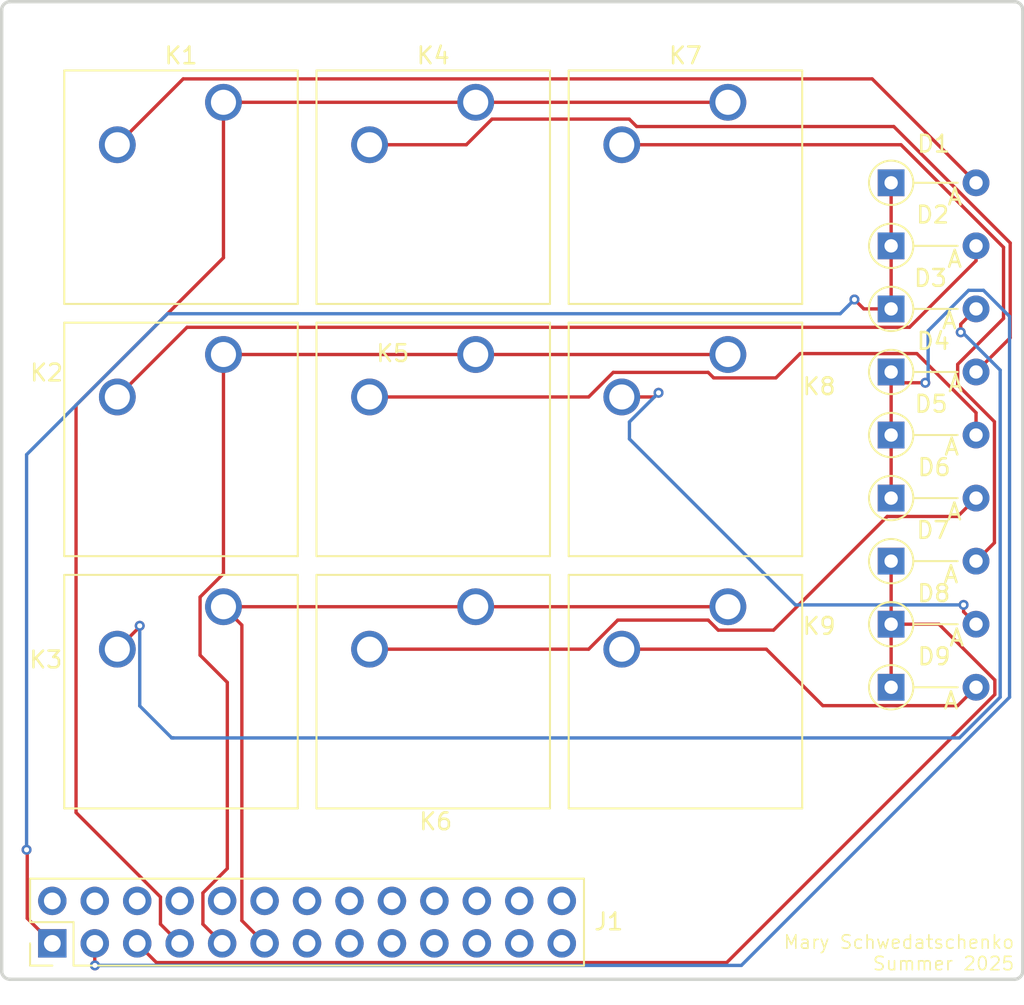
<source format=kicad_pcb>
(kicad_pcb (version 20240108) (generator "pcbnew") (generator_version "8.0")
  (layers (0 "F.Cu" signal) (31 "B.Cu" signal) (34 "B.Paste" user) (35 "F.Paste" user) (36 "B.SilkS" user "B.Silkscreen") (37 "F.SilkS" user "F.Silkscreen") (38 "B.Mask" user) (39 "F.Mask" user) (44 "Edge.Cuts" user))
  (net 0 "")
  (net 1 "/row0")
  (net 2 "Net-(D1-A)")
  (net 3 "Net-(D2-A)")
  (net 4 "Net-(D3-A)")
  (net 5 "Net-(D4-A)")
  (net 6 "/row 1")
  (net 7 "Net-(D5-A)")
  (net 8 "Net-(D6-A)")
  (net 9 "Net-(D7-A)")
  (net 10 "/row 2")
  (net 11 "Net-(D8-A)")
  (net 12 "Net-(D9-A)")
  (net 13 "/col 0")
  (net 14 "/col 1")
  (net 15 "/col 2")
  (net 16 "GND")
  (net 21 "Net-(J1-Pin_10)")
  (footprint "Button_Switch_Keyboard:SW_Cherry_MX_1.00u_PCB" (layer "F.Cu") (at 146.46 89.76)
    (property "Reference" "K6" (at -2.39 12.85 0) (layer "F.SilkS"))
    (property "Value" "KEYSW")
    (fp_line (start -9.525 -1.905) (end 4.445 -1.905) (stroke (width 0.12)) (layer "F.SilkS"))
    (fp_line (start -9.525 12.065) (end -9.525 -1.905) (stroke (width 0.12)) (layer "F.SilkS"))
    (fp_line (start 4.445 -1.905) (end 4.445 12.065) (stroke (width 0.12)) (layer "F.SilkS"))
    (fp_line (start 4.445 12.065) (end -9.525 12.065) (stroke (width 0.12)) (layer "F.SilkS"))
    (pad "" np_thru_hole circle (at -7.62 5.08) (size 1.7 1.7) (drill 1.7) (layers "*.Cu" "*.Mask"))
    (pad "" np_thru_hole circle (at -2.54 5.08) (size 4 4) (drill 4) (layers "*.Cu" "*.Mask"))
    (pad "" np_thru_hole circle (at 2.54 5.08) (size 1.7 1.7) (drill 1.7) (layers "*.Cu" "*.Mask"))
    (pad "1" thru_hole circle (at 0 0) (size 2.2 2.2) (drill 1.5) (layers "*.Cu" "*.Mask") (net 15 "/col 2"))
    (pad "2" thru_hole circle (at -6.35 2.54) (size 2.2 2.2) (drill 1.5) (layers "*.Cu" "*.Mask") (net 8 "Net-(D6-A)"))
  )
  (footprint "Button_Switch_Keyboard:SW_Cherry_MX_1.00u_PCB" (layer "F.Cu") (at 131.37 74.67)
    (property "Reference" "K2" (at -10.58 1.09 0) (layer "F.SilkS"))
    (property "Value" "KEYSW")
    (fp_line (start -9.525 -1.905) (end 4.445 -1.905) (stroke (width 0.12)) (layer "F.SilkS"))
    (fp_line (start -9.525 12.065) (end -9.525 -1.905) (stroke (width 0.12)) (layer "F.SilkS"))
    (fp_line (start 4.445 -1.905) (end 4.445 12.065) (stroke (width 0.12)) (layer "F.SilkS"))
    (fp_line (start 4.445 12.065) (end -9.525 12.065) (stroke (width 0.12)) (layer "F.SilkS"))
    (pad "" np_thru_hole circle (at -7.62 5.08) (size 1.7 1.7) (drill 1.7) (layers "*.Cu" "*.Mask"))
    (pad "" np_thru_hole circle (at -2.54 5.08) (size 4 4) (drill 4) (layers "*.Cu" "*.Mask"))
    (pad "" np_thru_hole circle (at 2.54 5.08) (size 1.7 1.7) (drill 1.7) (layers "*.Cu" "*.Mask"))
    (pad "1" thru_hole circle (at 0 0) (size 2.2 2.2) (drill 1.5) (layers "*.Cu" "*.Mask") (net 14 "/col 1"))
    (pad "2" thru_hole circle (at -6.35 2.54) (size 2.2 2.2) (drill 1.5) (layers "*.Cu" "*.Mask") (net 3 "Net-(D2-A)"))
  )
  (footprint "Diode_THT:D_DO-35_SOD27_P5.08mm_Vertical_AnodeUp" (layer "F.Cu") (at 171.315686 90.805484)
    (property "Reference" "D8" (at 2.554314 -1.845484 0) (layer "F.SilkS"))
    (property "Value" "D")
    (fp_line (start 1.326371 0) (end 3.98 0) (stroke (width 0.12)) (layer "F.SilkS"))
    (fp_circle (center 0 0) (end 1.326371 0) (stroke (width 0.12)) (fill none) (layer "F.SilkS"))
    (fp_text user "A" (at 3.924314 0.804516 0) (layer "F.SilkS"))
    (pad "1" thru_hole rect (at 0 0) (size 1.6 1.6) (drill 0.8) (layers "*.Cu" "*.Mask") (net 10 "/row 2"))
    (pad "2" thru_hole oval (at 5.08 0) (size 1.6 1.6) (drill 0.8) (layers "*.Cu" "*.Mask") (net 11 "Net-(D8-A)"))
  )
  (footprint "Button_Switch_Keyboard:SW_Cherry_MX_1.00u_PCB" (layer "F.Cu") (at 131.37 89.76)
    (property "Reference" "K3" (at -10.63 3.17 0) (layer "F.SilkS"))
    (property "Value" "KEYSW")
    (fp_line (start -9.525 -1.905) (end 4.445 -1.905) (stroke (width 0.12)) (layer "F.SilkS"))
    (fp_line (start -9.525 12.065) (end -9.525 -1.905) (stroke (width 0.12)) (layer "F.SilkS"))
    (fp_line (start 4.445 -1.905) (end 4.445 12.065) (stroke (width 0.12)) (layer "F.SilkS"))
    (fp_line (start 4.445 12.065) (end -9.525 12.065) (stroke (width 0.12)) (layer "F.SilkS"))
    (pad "" np_thru_hole circle (at -7.62 5.08) (size 1.7 1.7) (drill 1.7) (layers "*.Cu" "*.Mask"))
    (pad "" np_thru_hole circle (at -2.54 5.08) (size 4 4) (drill 4) (layers "*.Cu" "*.Mask"))
    (pad "" np_thru_hole circle (at 2.54 5.08) (size 1.7 1.7) (drill 1.7) (layers "*.Cu" "*.Mask"))
    (pad "1" thru_hole circle (at 0 0) (size 2.2 2.2) (drill 1.5) (layers "*.Cu" "*.Mask") (net 15 "/col 2"))
    (pad "2" thru_hole circle (at -6.35 2.54) (size 2.2 2.2) (drill 1.5) (layers "*.Cu" "*.Mask") (net 4 "Net-(D3-A)"))
  )
  (footprint "Diode_THT:D_DO-35_SOD27_P5.08mm_Vertical_AnodeUp" (layer "F.Cu") (at 171.315686 79.487258)
    (property "Reference" "D5" (at 2.394314 -1.857258 0) (layer "F.SilkS"))
    (property "Value" "D")
    (fp_line (start 1.326371 0) (end 3.98 0) (stroke (width 0.12)) (layer "F.SilkS"))
    (fp_circle (center 0 0) (end 1.326371 0) (stroke (width 0.12)) (fill none) (layer "F.SilkS"))
    (fp_text user "A" (at 3.624314 0.702742 0) (layer "F.SilkS"))
    (pad "1" thru_hole rect (at 0 0) (size 1.6 1.6) (drill 0.8) (layers "*.Cu" "*.Mask") (net 6 "/row 1"))
    (pad "2" thru_hole oval (at 5.08 0) (size 1.6 1.6) (drill 0.8) (layers "*.Cu" "*.Mask") (net 7 "Net-(D5-A)"))
  )
  (footprint "Diode_THT:D_DO-35_SOD27_P5.08mm_Vertical_AnodeUp" (layer "F.Cu") (at 171.315686 71.941774)
    (property "Reference" "D3" (at 2.354314 -1.841774 0) (layer "F.SilkS"))
    (property "Value" "D")
    (fp_line (start 1.326371 0) (end 3.98 0) (stroke (width 0.12)) (layer "F.SilkS"))
    (fp_circle (center 0 0) (end 1.326371 0) (stroke (width 0.12)) (fill none) (layer "F.SilkS"))
    (fp_text user "A" (at 3.484314 0.688226 0) (layer "F.SilkS"))
    (pad "1" thru_hole rect (at 0 0) (size 1.6 1.6) (drill 0.8) (layers "*.Cu" "*.Mask") (net 1 "/row0"))
    (pad "2" thru_hole oval (at 5.08 0) (size 1.6 1.6) (drill 0.8) (layers "*.Cu" "*.Mask") (net 4 "Net-(D3-A)"))
  )
  (footprint "Button_Switch_Keyboard:SW_Cherry_MX_1.00u_PCB" (layer "F.Cu") (at 161.55 59.58)
    (property "Reference" "K7" (at -2.54 -2.794 0) (layer "F.SilkS"))
    (property "Value" "KEYSW")
    (fp_line (start -9.525 -1.905) (end 4.445 -1.905) (stroke (width 0.12)) (layer "F.SilkS"))
    (fp_line (start -9.525 12.065) (end -9.525 -1.905) (stroke (width 0.12)) (layer "F.SilkS"))
    (fp_line (start 4.445 -1.905) (end 4.445 12.065) (stroke (width 0.12)) (layer "F.SilkS"))
    (fp_line (start 4.445 12.065) (end -9.525 12.065) (stroke (width 0.12)) (layer "F.SilkS"))
    (pad "" np_thru_hole circle (at -7.62 5.08) (size 1.7 1.7) (drill 1.7) (layers "*.Cu" "*.Mask"))
    (pad "" np_thru_hole circle (at -2.54 5.08) (size 4 4) (drill 4) (layers "*.Cu" "*.Mask"))
    (pad "" np_thru_hole circle (at 2.54 5.08) (size 1.7 1.7) (drill 1.7) (layers "*.Cu" "*.Mask"))
    (pad "1" thru_hole circle (at 0 0) (size 2.2 2.2) (drill 1.5) (layers "*.Cu" "*.Mask") (net 13 "/col 0"))
    (pad "2" thru_hole circle (at -6.35 2.54) (size 2.2 2.2) (drill 1.5) (layers "*.Cu" "*.Mask") (net 9 "Net-(D7-A)"))
  )
  (footprint "Diode_THT:D_DO-35_SOD27_P5.08mm_Vertical_AnodeUp" (layer "F.Cu") (at 171.315686 87.032742)
    (property "Reference" "D7" (at 2.504314 -1.852742 0) (layer "F.SilkS"))
    (property "Value" "D")
    (fp_line (start 1.326371 0) (end 3.98 0) (stroke (width 0.12)) (layer "F.SilkS"))
    (fp_circle (center 0 0) (end 1.326371 0) (stroke (width 0.12)) (fill none) (layer "F.SilkS"))
    (fp_text user "A" (at 3.58 0.8 0) (layer "F.SilkS"))
    (pad "1" thru_hole rect (at 0 0) (size 1.6 1.6) (drill 0.8) (layers "*.Cu" "*.Mask") (net 10 "/row 2"))
    (pad "2" thru_hole oval (at 5.08 0) (size 1.6 1.6) (drill 0.8) (layers "*.Cu" "*.Mask") (net 9 "Net-(D7-A)"))
  )
  (footprint "Diode_THT:D_DO-35_SOD27_P5.08mm_Vertical_AnodeUp" (layer "F.Cu") (at 171.315686 94.578226)
    (property "Reference" "D9" (at 2.574314 -1.838226 0) (layer "F.SilkS"))
    (property "Value" "D")
    (fp_line (start 1.326371 0) (end 3.98 0) (stroke (width 0.12)) (layer "F.SilkS"))
    (fp_circle (center 0 0) (end 1.326371 0) (stroke (width 0.12)) (fill none) (layer "F.SilkS"))
    (fp_text user "A" (at 3.58 0.8 0) (layer "F.SilkS"))
    (pad "1" thru_hole rect (at 0 0) (size 1.6 1.6) (drill 0.8) (layers "*.Cu" "*.Mask") (net 10 "/row 2"))
    (pad "2" thru_hole oval (at 5.08 0) (size 1.6 1.6) (drill 0.8) (layers "*.Cu" "*.Mask") (net 12 "Net-(D9-A)"))
  )
  (footprint "Button_Switch_Keyboard:SW_Cherry_MX_1.00u_PCB" (layer "F.Cu") (at 161.55 89.76)
    (property "Reference" "K9" (at 5.46 1.16 0) (layer "F.SilkS"))
    (property "Value" "KEYSW")
    (fp_line (start -9.525 -1.905) (end 4.445 -1.905) (stroke (width 0.12)) (layer "F.SilkS"))
    (fp_line (start -9.525 12.065) (end -9.525 -1.905) (stroke (width 0.12)) (layer "F.SilkS"))
    (fp_line (start 4.445 -1.905) (end 4.445 12.065) (stroke (width 0.12)) (layer "F.SilkS"))
    (fp_line (start 4.445 12.065) (end -9.525 12.065) (stroke (width 0.12)) (layer "F.SilkS"))
    (pad "" np_thru_hole circle (at -7.62 5.08) (size 1.7 1.7) (drill 1.7) (layers "*.Cu" "*.Mask"))
    (pad "" np_thru_hole circle (at -2.54 5.08) (size 4 4) (drill 4) (layers "*.Cu" "*.Mask"))
    (pad "" np_thru_hole circle (at 2.54 5.08) (size 1.7 1.7) (drill 1.7) (layers "*.Cu" "*.Mask"))
    (pad "1" thru_hole circle (at 0 0) (size 2.2 2.2) (drill 1.5) (layers "*.Cu" "*.Mask") (net 15 "/col 2"))
    (pad "2" thru_hole circle (at -6.35 2.54) (size 2.2 2.2) (drill 1.5) (layers "*.Cu" "*.Mask") (net 12 "Net-(D9-A)"))
  )
  (footprint "Diode_THT:D_DO-35_SOD27_P5.08mm_Vertical_AnodeUp" (layer "F.Cu") (at 171.315686 64.39629)
    (property "Reference" "D1" (at 2.54 -2.326371 0) (layer "F.SilkS"))
    (property "Value" "D")
    (fp_line (start 1.326371 0) (end 3.98 0) (stroke (width 0.12)) (layer "F.SilkS"))
    (fp_circle (center 0 0) (end 1.326371 0) (stroke (width 0.12)) (fill none) (layer "F.SilkS"))
    (fp_text user "A" (at 3.814314 0.83371 0) (layer "F.SilkS"))
    (pad "1" thru_hole rect (at 0 0) (size 1.6 1.6) (drill 0.8) (layers "*.Cu" "*.Mask") (net 1 "/row0"))
    (pad "2" thru_hole oval (at 5.08 0) (size 1.6 1.6) (drill 0.8) (layers "*.Cu" "*.Mask") (net 2 "Net-(D1-A)"))
  )
  (footprint "Diode_THT:D_DO-35_SOD27_P5.08mm_Vertical_AnodeUp" (layer "F.Cu") (at 171.315686 68.169032)
    (property "Reference" "D2" (at 2.484314 -1.859032 0) (layer "F.SilkS"))
    (property "Value" "D")
    (fp_line (start 1.326371 0) (end 3.98 0) (stroke (width 0.12)) (layer "F.SilkS"))
    (fp_circle (center 0 0) (end 1.326371 0) (stroke (width 0.12)) (fill none) (layer "F.SilkS"))
    (fp_text user "A" (at 3.804314 0.790968 0) (layer "F.SilkS"))
    (pad "1" thru_hole rect (at 0 0) (size 1.6 1.6) (drill 0.8) (layers "*.Cu" "*.Mask") (net 1 "/row0"))
    (pad "2" thru_hole oval (at 5.08 0) (size 1.6 1.6) (drill 0.8) (layers "*.Cu" "*.Mask") (net 3 "Net-(D2-A)"))
  )
  (footprint "Diode_THT:D_DO-35_SOD27_P5.08mm_Vertical_AnodeUp" (layer "F.Cu") (at 171.315686 75.714516)
    (property "Reference" "D4" (at 2.524314 -1.844516 0) (layer "F.SilkS"))
    (property "Value" "D")
    (fp_line (start 1.326371 0) (end 3.98 0) (stroke (width 0.12)) (layer "F.SilkS"))
    (fp_circle (center 0 0) (end 1.326371 0) (stroke (width 0.12)) (fill none) (layer "F.SilkS"))
    (fp_text user "A" (at 3.854314 0.685484 0) (layer "F.SilkS"))
    (pad "1" thru_hole rect (at 0 0) (size 1.6 1.6) (drill 0.8) (layers "*.Cu" "*.Mask") (net 6 "/row 1"))
    (pad "2" thru_hole oval (at 5.08 0) (size 1.6 1.6) (drill 0.8) (layers "*.Cu" "*.Mask") (net 5 "Net-(D4-A)"))
  )
  (footprint "Button_Switch_Keyboard:SW_Cherry_MX_1.00u_PCB" (layer "F.Cu") (at 161.55 74.67)
    (property "Reference" "K8" (at 5.46 1.91 0) (layer "F.SilkS"))
    (property "Value" "KEYSW")
    (fp_line (start -9.525 -1.905) (end 4.445 -1.905) (stroke (width 0.12)) (layer "F.SilkS"))
    (fp_line (start -9.525 12.065) (end -9.525 -1.905) (stroke (width 0.12)) (layer "F.SilkS"))
    (fp_line (start 4.445 -1.905) (end 4.445 12.065) (stroke (width 0.12)) (layer "F.SilkS"))
    (fp_line (start 4.445 12.065) (end -9.525 12.065) (stroke (width 0.12)) (layer "F.SilkS"))
    (pad "" np_thru_hole circle (at -7.62 5.08) (size 1.7 1.7) (drill 1.7) (layers "*.Cu" "*.Mask"))
    (pad "" np_thru_hole circle (at -2.54 5.08) (size 4 4) (drill 4) (layers "*.Cu" "*.Mask"))
    (pad "" np_thru_hole circle (at 2.54 5.08) (size 1.7 1.7) (drill 1.7) (layers "*.Cu" "*.Mask"))
    (pad "1" thru_hole circle (at 0 0) (size 2.2 2.2) (drill 1.5) (layers "*.Cu" "*.Mask") (net 14 "/col 1"))
    (pad "2" thru_hole circle (at -6.35 2.54) (size 2.2 2.2) (drill 1.5) (layers "*.Cu" "*.Mask") (net 11 "Net-(D8-A)"))
  )
  (footprint "Button_Switch_Keyboard:SW_Cherry_MX_1.00u_PCB" (layer "F.Cu") (at 146.46 59.58)
    (property "Reference" "K4" (at -2.54 -2.794 0) (layer "F.SilkS"))
    (property "Value" "KEYSW")
    (fp_line (start -9.525 -1.905) (end 4.445 -1.905) (stroke (width 0.12)) (layer "F.SilkS"))
    (fp_line (start -9.525 12.065) (end -9.525 -1.905) (stroke (width 0.12)) (layer "F.SilkS"))
    (fp_line (start 4.445 -1.905) (end 4.445 12.065) (stroke (width 0.12)) (layer "F.SilkS"))
    (fp_line (start 4.445 12.065) (end -9.525 12.065) (stroke (width 0.12)) (layer "F.SilkS"))
    (pad "" np_thru_hole circle (at -7.62 5.08) (size 1.7 1.7) (drill 1.7) (layers "*.Cu" "*.Mask"))
    (pad "" np_thru_hole circle (at -2.54 5.08) (size 4 4) (drill 4) (layers "*.Cu" "*.Mask"))
    (pad "" np_thru_hole circle (at 2.54 5.08) (size 1.7 1.7) (drill 1.7) (layers "*.Cu" "*.Mask"))
    (pad "1" thru_hole circle (at 0 0) (size 2.2 2.2) (drill 1.5) (layers "*.Cu" "*.Mask") (net 13 "/col 0"))
    (pad "2" thru_hole circle (at -6.35 2.54) (size 2.2 2.2) (drill 1.5) (layers "*.Cu" "*.Mask") (net 5 "Net-(D4-A)"))
  )
  (footprint "Connector_PinHeader_2.54mm:PinHeader_2x13_P2.54mm_Vertical" (layer "F.Cu") (at 121.13 109.9 90)
    (property "Reference" "J1" (at 1.3 33.29 180) (layer "F.SilkS"))
    (property "Value" "Conn_2Rows-13Pins")
    (fp_line (start 3.87 -1.33) (end 3.87 31.81) (stroke (width 0.12)) (layer "F.SilkS"))
    (fp_line (start 1.27 -1.33) (end 3.87 -1.33) (stroke (width 0.12)) (layer "F.SilkS"))
    (fp_line (start -1.33 -1.33) (end 0 -1.33) (stroke (width 0.12)) (layer "F.SilkS"))
    (fp_line (start -1.33 0) (end -1.33 -1.33) (stroke (width 0.12)) (layer "F.SilkS"))
    (fp_line (start 1.27 1.27) (end 1.27 -1.33) (stroke (width 0.12)) (layer "F.SilkS"))
    (fp_line (start -1.33 1.27) (end 1.27 1.27) (stroke (width 0.12)) (layer "F.SilkS"))
    (fp_line (start -1.33 1.27) (end -1.33 31.81) (stroke (width 0.12)) (layer "F.SilkS"))
    (fp_line (start -1.33 31.81) (end 3.87 31.81) (stroke (width 0.12)) (layer "F.SilkS"))
    (pad "1" thru_hole rect (at 0 0 90) (size 1.7 1.7) (drill 1) (layers "*.Cu" "*.Mask") (net 1 "/row0"))
    (pad "2" thru_hole oval (at 2.54 0 90) (size 1.7 1.7) (drill 1) (layers "*.Cu" "*.Mask") (net 16 "GND"))
    (pad "3" thru_hole oval (at 0 2.54 90) (size 1.7 1.7) (drill 1) (layers "*.Cu" "*.Mask") (net 6 "/row 1"))
    (pad "4" thru_hole oval (at 2.54 2.54 90) (size 1.7 1.7) (drill 1) (layers "*.Cu" "*.Mask"))
    (pad "5" thru_hole oval (at 0 5.08 90) (size 1.7 1.7) (drill 1) (layers "*.Cu" "*.Mask") (net 10 "/row 2"))
    (pad "6" thru_hole oval (at 2.54 5.08 90) (size 1.7 1.7) (drill 1) (layers "*.Cu" "*.Mask"))
    (pad "7" thru_hole oval (at 0 7.62 90) (size 1.7 1.7) (drill 1) (layers "*.Cu" "*.Mask") (net 13 "/col 0"))
    (pad "8" thru_hole oval (at 2.54 7.62 90) (size 1.7 1.7) (drill 1) (layers "*.Cu" "*.Mask"))
    (pad "9" thru_hole oval (at 0 10.16 90) (size 1.7 1.7) (drill 1) (layers "*.Cu" "*.Mask") (net 14 "/col 1"))
    (pad "10" thru_hole oval (at 2.54 10.16 90) (size 1.7 1.7) (drill 1) (layers "*.Cu" "*.Mask") (net 21 "Net-(J1-Pin_10)"))
    (pad "11" thru_hole oval (at 0 12.7 90) (size 1.7 1.7) (drill 1) (layers "*.Cu" "*.Mask") (net 15 "/col 2"))
    (pad "12" thru_hole oval (at 2.54 12.7 90) (size 1.7 1.7) (drill 1) (layers "*.Cu" "*.Mask"))
    (pad "13" thru_hole oval (at 0 15.24 90) (size 1.7 1.7) (drill 1) (layers "*.Cu" "*.Mask"))
    (pad "14" thru_hole oval (at 2.54 15.24 90) (size 1.7 1.7) (drill 1) (layers "*.Cu" "*.Mask"))
    (pad "15" thru_hole oval (at 0 17.78 90) (size 1.7 1.7) (drill 1) (layers "*.Cu" "*.Mask"))
    (pad "16" thru_hole oval (at 2.54 17.78 90) (size 1.7 1.7) (drill 1) (layers "*.Cu" "*.Mask"))
    (pad "17" thru_hole oval (at 0 20.32 90) (size 1.7 1.7) (drill 1) (layers "*.Cu" "*.Mask"))
    (pad "18" thru_hole oval (at 2.54 20.32 90) (size 1.7 1.7) (drill 1) (layers "*.Cu" "*.Mask"))
    (pad "19" thru_hole oval (at 0 22.86 90) (size 1.7 1.7) (drill 1) (layers "*.Cu" "*.Mask"))
    (pad "20" thru_hole oval (at 2.54 22.86 90) (size 1.7 1.7) (drill 1) (layers "*.Cu" "*.Mask"))
    (pad "21" thru_hole oval (at 0 25.4 90) (size 1.7 1.7) (drill 1) (layers "*.Cu" "*.Mask"))
    (pad "22" thru_hole oval (at 2.54 25.4 90) (size 1.7 1.7) (drill 1) (layers "*.Cu" "*.Mask"))
    (pad "23" thru_hole oval (at 0 27.94 90) (size 1.7 1.7) (drill 1) (layers "*.Cu" "*.Mask"))
    (pad "24" thru_hole oval (at 2.54 27.94 90) (size 1.7 1.7) (drill 1) (layers "*.Cu" "*.Mask"))
    (pad "25" thru_hole oval (at 0 30.48 90) (size 1.7 1.7) (drill 1) (layers "*.Cu" "*.Mask"))
    (pad "26" thru_hole oval (at 2.54 30.48 90) (size 1.7 1.7) (drill 1) (layers "*.Cu" "*.Mask"))
  )
  (footprint "Button_Switch_Keyboard:SW_Cherry_MX_1.00u_PCB" (layer "F.Cu") (at 146.46 74.67)
    (property "Reference" "K5" (at -4.96 -0.07 0) (layer "F.SilkS"))
    (property "Value" "KEYSW")
    (fp_line (start -9.525 -1.905) (end 4.445 -1.905) (stroke (width 0.12)) (layer "F.SilkS"))
    (fp_line (start -9.525 12.065) (end -9.525 -1.905) (stroke (width 0.12)) (layer "F.SilkS"))
    (fp_line (start 4.445 -1.905) (end 4.445 12.065) (stroke (width 0.12)) (layer "F.SilkS"))
    (fp_line (start 4.445 12.065) (end -9.525 12.065) (stroke (width 0.12)) (layer "F.SilkS"))
    (pad "" np_thru_hole circle (at -7.62 5.08) (size 1.7 1.7) (drill 1.7) (layers "*.Cu" "*.Mask"))
    (pad "" np_thru_hole circle (at -2.54 5.08) (size 4 4) (drill 4) (layers "*.Cu" "*.Mask"))
    (pad "" np_thru_hole circle (at 2.54 5.08) (size 1.7 1.7) (drill 1.7) (layers "*.Cu" "*.Mask"))
    (pad "1" thru_hole circle (at 0 0) (size 2.2 2.2) (drill 1.5) (layers "*.Cu" "*.Mask") (net 14 "/col 1"))
    (pad "2" thru_hole circle (at -6.35 2.54) (size 2.2 2.2) (drill 1.5) (layers "*.Cu" "*.Mask") (net 7 "Net-(D5-A)"))
  )
  (footprint "Button_Switch_Keyboard:SW_Cherry_MX_1.00u_PCB" (layer "F.Cu") (at 131.37 59.58)
    (property "Reference" "K1" (at -2.54 -2.794 0) (layer "F.SilkS"))
    (property "Value" "KEYSW")
    (fp_line (start -9.525 -1.905) (end 4.445 -1.905) (stroke (width 0.12)) (layer "F.SilkS"))
    (fp_line (start -9.525 12.065) (end -9.525 -1.905) (stroke (width 0.12)) (layer "F.SilkS"))
    (fp_line (start 4.445 -1.905) (end 4.445 12.065) (stroke (width 0.12)) (layer "F.SilkS"))
    (fp_line (start 4.445 12.065) (end -9.525 12.065) (stroke (width 0.12)) (layer "F.SilkS"))
    (pad "" np_thru_hole circle (at -7.62 5.08) (size 1.7 1.7) (drill 1.7) (layers "*.Cu" "*.Mask"))
    (pad "" np_thru_hole circle (at -2.54 5.08) (size 4 4) (drill 4) (layers "*.Cu" "*.Mask"))
    (pad "" np_thru_hole circle (at 2.54 5.08) (size 1.7 1.7) (drill 1.7) (layers "*.Cu" "*.Mask"))
    (pad "1" thru_hole circle (at 0 0) (size 2.2 2.2) (drill 1.5) (layers "*.Cu" "*.Mask") (net 13 "/col 0"))
    (pad "2" thru_hole circle (at -6.35 2.54) (size 2.2 2.2) (drill 1.5) (layers "*.Cu" "*.Mask") (net 2 "Net-(D1-A)"))
  )
  (footprint "Diode_THT:D_DO-35_SOD27_P5.08mm_Vertical_AnodeUp" (layer "F.Cu") (at 171.315686 83.26)
    (property "Reference" "D6" (at 2.574314 -1.84 0) (layer "F.SilkS"))
    (property "Value" "D")
    (fp_line (start 1.326371 0) (end 3.98 0) (stroke (width 0.12)) (layer "F.SilkS"))
    (fp_circle (center 0 0) (end 1.326371 0) (stroke (width 0.12)) (fill none) (layer "F.SilkS"))
    (fp_text user "A" (at 3.784314 0.81 0) (layer "F.SilkS"))
    (pad "1" thru_hole rect (at 0 0) (size 1.6 1.6) (drill 0.8) (layers "*.Cu" "*.Mask") (net 6 "/row 1"))
    (pad "2" thru_hole oval (at 5.08 0) (size 1.6 1.6) (drill 0.8) (layers "*.Cu" "*.Mask") (net 8 "Net-(D6-A)"))
  )
  (gr_line (start 118.1 111.55) (end 118.1 54.06) (stroke (width 0.2)) (layer "Edge.Cuts"))
  (gr_line (start 178.69 112.05) (end 118.6 112.05) (stroke (width 0.2)) (layer "Edge.Cuts"))
  (gr_arc (start 118.6 112.05) (mid 118.246447 111.903553) (end 118.1 111.55) (stroke (width 0.2)) (layer "Edge.Cuts"))
  (gr_arc (start 179.19 111.55) (mid 179.043553 111.903553) (end 178.69 112.05) (stroke (width 0.2)) (layer "Edge.Cuts"))
  (gr_line (start 179.19 54.06) (end 179.19 111.55) (stroke (width 0.2)) (layer "Edge.Cuts"))
  (gr_line (start 118.6 53.56) (end 178.69 53.56) (stroke (width 0.2)) (layer "Edge.Cuts"))
  (gr_arc (start 178.69 53.56) (mid 179.043553 53.706447) (end 179.19 54.06) (stroke (width 0.2)) (layer "Edge.Cuts"))
  (gr_arc (start 118.1 54.06) (mid 118.246447 53.706447) (end 118.6 53.56) (stroke (width 0.2)) (layer "Edge.Cuts"))
  (gr_text "Mary Schwedatschenko\nSummer 2025" (at 178.74 111.58 0) (layer "F.SilkS") (effects (font (size 0.8 0.8) (thickness 0.09375)) (justify right bottom)))
  (segment (start 121.13 109.9) (end 119.63 108.4) (width 0.2) (layer "F.Cu") (net 1))
  (segment (start 171.315686 68.169032) (end 171.315686 71.941774) (width 0.2) (layer "F.Cu") (net 1))
  (segment (start 169.681774 71.941774) (end 169.12 71.38) (width 0.2) (layer "F.Cu") (net 1))
  (segment (start 119.63 104.34) (end 119.59 104.3) (width 0.2) (layer "F.Cu") (net 1))
  (segment (start 171.315686 71.941774) (end 169.681774 71.941774) (width 0.2) (layer "F.Cu") (net 1))
  (segment (start 171.315686 64.39629) (end 171.315686 68.169032) (width 0.2) (layer "F.Cu") (net 1))
  (segment (start 119.63 108.4) (end 119.63 104.34) (width 0.2) (layer "F.Cu") (net 1))
  (via (at 169.12 71.38) (size 0.6) (drill 0.3) (layers "F.Cu" "B.Cu") (net 1))
  (via (at 119.59 104.3) (size 0.6) (drill 0.3) (layers "F.Cu" "B.Cu") (net 1))
  (segment (start 168.27 72.23) (end 169.12 71.38) (width 0.2) (layer "B.Cu") (net 1))
  (segment (start 119.59 80.660101) (end 128.020101 72.23) (width 0.2) (layer "B.Cu") (net 1))
  (segment (start 128.020101 72.23) (end 168.27 72.23) (width 0.2) (layer "B.Cu") (net 1))
  (segment (start 119.59 104.3) (end 119.59 80.660101) (width 0.2) (layer "B.Cu") (net 1))
  (segment (start 128.96 58.18) (end 170.179396 58.18) (width 0.2) (layer "F.Cu") (net 2))
  (segment (start 170.179396 58.18) (end 176.395686 64.39629) (width 0.2) (layer "F.Cu") (net 2))
  (segment (start 125.02 62.12) (end 128.96 58.18) (width 0.2) (layer "F.Cu") (net 2))
  (segment (start 172.415686 73.041774) (end 176.395686 69.061774) (width 0.2) (layer "F.Cu") (net 3))
  (segment (start 129.188226 73.041774) (end 172.415686 73.041774) (width 0.2) (layer "F.Cu") (net 3))
  (segment (start 125.02 77.21) (end 129.188226 73.041774) (width 0.2) (layer "F.Cu") (net 3))
  (segment (start 176.395686 69.061774) (end 176.395686 68.169032) (width 0.2) (layer "F.Cu") (net 3))
  (segment (start 175.48 72.85746) (end 175.48 73.34) (width 0.2) (layer "F.Cu") (net 4))
  (segment (start 176.395686 71.941774) (end 175.48 72.85746) (width 0.2) (layer "F.Cu") (net 4))
  (segment (start 126.36 90.96) (end 126.36 90.9) (width 0.2) (layer "F.Cu") (net 4))
  (segment (start 125.02 92.3) (end 126.36 90.96) (width 0.2) (layer "F.Cu") (net 4))
  (via (at 126.36 90.9) (size 0.6) (drill 0.3) (layers "F.Cu" "B.Cu") (net 4))
  (via (at 175.48 73.34) (size 0.6) (drill 0.3) (layers "F.Cu" "B.Cu") (net 4))
  (segment (start 175.576805 73.34) (end 177.84 75.603195) (width 0.2) (layer "B.Cu") (net 4))
  (segment (start 177.84 95.17) (end 175.4 97.61) (width 0.2) (layer "B.Cu") (net 4))
  (segment (start 128.39 97.61) (end 128.276598 97.61) (width 0.2) (layer "B.Cu") (net 4))
  (segment (start 128.276598 97.61) (end 126.36 95.693402) (width 0.2) (layer "B.Cu") (net 4))
  (segment (start 177.84 75.603195) (end 177.84 95.17) (width 0.2) (layer "B.Cu") (net 4))
  (segment (start 126.36 95.693402) (end 126.36 90.9) (width 0.2) (layer "B.Cu") (net 4))
  (segment (start 175.4 97.61) (end 128.39 97.61) (width 0.2) (layer "B.Cu") (net 4))
  (segment (start 175.48 73.34) (end 175.576805 73.34) (width 0.2) (layer "B.Cu") (net 4))
  (segment (start 128.39 97.61) (end 128.27 97.61) (width 0.2) (layer "B.Cu") (net 4))
  (segment (start 156.089899 61.03) (end 171.473761 61.03) (width 0.2) (layer "F.Cu") (net 5))
  (segment (start 178.44 67.996239) (end 178.44 73.670202) (width 0.2) (layer "F.Cu") (net 5))
  (segment (start 140.11 62.12) (end 145.899899 62.12) (width 0.2) (layer "F.Cu") (net 5))
  (segment (start 178.44 73.670202) (end 176.395686 75.714516) (width 0.2) (layer "F.Cu") (net 5))
  (segment (start 145.899899 62.12) (end 147.434949 60.58495) (width 0.2) (layer "F.Cu") (net 5))
  (segment (start 147.434949 60.58495) (end 155.644849 60.58495) (width 0.2) (layer "F.Cu") (net 5))
  (segment (start 171.473761 61.03) (end 178.44 67.996239) (width 0.2) (layer "F.Cu") (net 5))
  (segment (start 155.644849 60.58495) (end 156.089899 61.03) (width 0.2) (layer "F.Cu") (net 5))
  (segment (start 171.315686 83.26) (end 171.315686 79.487258) (width 0.2) (layer "F.Cu") (net 6))
  (segment (start 123.67 111.21) (end 123.68 111.22) (width 0.2) (layer "F.Cu") (net 6))
  (segment (start 171.315686 75.714516) (end 171.315686 79.487258) (width 0.2) (layer "F.Cu") (net 6))
  (segment (start 171.96117 76.36) (end 171.315686 75.714516) (width 0.2) (layer "F.Cu") (net 6))
  (segment (start 123.67 109.9) (end 123.67 111.21) (width 0.2) (layer "F.Cu") (net 6))
  (segment (start 173.36 76.36) (end 171.96117 76.36) (width 0.2) (layer "F.Cu") (net 6))
  (via (at 123.68 111.22) (size 0.6) (drill 0.3) (layers "F.Cu" "B.Cu") (net 6))
  (via (at 173.36 76.36) (size 0.6) (drill 0.3) (layers "F.Cu" "B.Cu") (net 6))
  (segment (start 178.4 95.175686) (end 178.4 72.390453) (width 0.2) (layer "B.Cu") (net 6))
  (segment (start 173.53 73.251825) (end 173.53 76.19) (width 0.2) (layer "B.Cu") (net 6))
  (segment (start 178.4 72.390453) (end 176.839547 70.83) (width 0.2) (layer "B.Cu") (net 6))
  (segment (start 175.951825 70.83) (end 173.53 73.251825) (width 0.2) (layer "B.Cu") (net 6))
  (segment (start 123.68 111.22) (end 162.355686 111.22) (width 0.2) (layer "B.Cu") (net 6))
  (segment (start 173.53 76.19) (end 173.36 76.36) (width 0.2) (layer "B.Cu") (net 6))
  (segment (start 162.355686 111.22) (end 178.4 95.175686) (width 0.2) (layer "B.Cu") (net 6))
  (segment (start 176.839547 70.83) (end 175.951825 70.83) (width 0.2) (layer "B.Cu") (net 6))
  (segment (start 165.875484 74.614516) (end 172.854516 74.614516) (width 0.2) (layer "F.Cu") (net 7))
  (segment (start 176.395686 78.155686) (end 176.395686 79.487258) (width 0.2) (layer "F.Cu") (net 7))
  (segment (start 164.42 76.07) (end 165.875484 74.614516) (width 0.2) (layer "F.Cu") (net 7))
  (segment (start 160.37 75.74) (end 160.7 76.07) (width 0.2) (layer "F.Cu") (net 7))
  (segment (start 140.11 77.21) (end 153.220101 77.21) (width 0.2) (layer "F.Cu") (net 7))
  (segment (start 172.854516 74.614516) (end 176.395686 78.155686) (width 0.2) (layer "F.Cu") (net 7))
  (segment (start 154.690101 75.74) (end 160.37 75.74) (width 0.2) (layer "F.Cu") (net 7))
  (segment (start 153.220101 77.21) (end 154.690101 75.74) (width 0.2) (layer "F.Cu") (net 7))
  (segment (start 160.7 76.07) (end 164.42 76.07) (width 0.2) (layer "F.Cu") (net 7))
  (segment (start 175.295686 84.36) (end 176.395686 83.26) (width 0.2) (layer "F.Cu") (net 8))
  (segment (start 164.28 91.16) (end 171.08 84.36) (width 0.2) (layer "F.Cu") (net 8))
  (segment (start 160.970101 91.16) (end 164.28 91.16) (width 0.2) (layer "F.Cu") (net 8))
  (segment (start 154.960101 90.56) (end 160.370101 90.56) (width 0.2) (layer "F.Cu") (net 8))
  (segment (start 140.11 92.3) (end 153.220101 92.3) (width 0.2) (layer "F.Cu") (net 8))
  (segment (start 160.370101 90.56) (end 160.970101 91.16) (width 0.2) (layer "F.Cu") (net 8))
  (segment (start 171.08 84.36) (end 175.295686 84.36) (width 0.2) (layer "F.Cu") (net 8))
  (segment (start 153.220101 92.3) (end 154.960101 90.56) (width 0.2) (layer "F.Cu") (net 8))
  (segment (start 177.495686 78.69) (end 177.495686 85.932742) (width 0.2) (layer "F.Cu") (net 9))
  (segment (start 177.495686 85.932742) (end 176.395686 87.032742) (width 0.2) (layer "F.Cu") (net 9))
  (segment (start 178.04 68.257711) (end 178.04 72.514567) (width 0.2) (layer "F.Cu") (net 9))
  (segment (start 171.902289 62.12) (end 178.04 68.257711) (width 0.2) (layer "F.Cu") (net 9))
  (segment (start 175.295686 75.258881) (end 175.295686 76.49) (width 0.2) (layer "F.Cu") (net 9))
  (segment (start 175.295686 76.49) (end 177.495686 78.69) (width 0.2) (layer "F.Cu") (net 9))
  (segment (start 178.04 72.514567) (end 175.295686 75.258881) (width 0.2) (layer "F.Cu") (net 9))
  (segment (start 155.2 62.12) (end 171.902289 62.12) (width 0.2) (layer "F.Cu") (net 9))
  (segment (start 177.52 95.009547) (end 177.52 94.146905) (width 0.2) (layer "F.Cu") (net 10))
  (segment (start 171.315686 87.032742) (end 171.315686 90.805484) (width 0.2) (layer "F.Cu") (net 10))
  (segment (start 177.52 94.146905) (end 174.178579 90.805484) (width 0.2) (layer "F.Cu") (net 10))
  (segment (start 161.479547 111.05) (end 177.52 95.009547) (width 0.2) (layer "F.Cu") (net 10))
  (segment (start 126.21 109.9) (end 127.36 111.05) (width 0.2) (layer "F.Cu") (net 10))
  (segment (start 171.315686 90.805484) (end 171.315686 94.578226) (width 0.2) (layer "F.Cu") (net 10))
  (segment (start 127.36 111.05) (end 161.479547 111.05) (width 0.2) (layer "F.Cu") (net 10))
  (segment (start 174.178579 90.805484) (end 171.315686 90.805484) (width 0.2) (layer "F.Cu") (net 10))
  (segment (start 155.2 77.21) (end 157.15 77.21) (width 0.2) (layer "F.Cu") (net 11))
  (segment (start 175.65 90.059798) (end 175.65 89.65) (width 0.2) (layer "F.Cu") (net 11))
  (segment (start 157.15 77.21) (end 157.4 76.96) (width 0.2) (layer "F.Cu") (net 11))
  (segment (start 176.395686 90.805484) (end 175.65 90.059798) (width 0.2) (layer "F.Cu") (net 11))
  (via (at 175.65 89.65) (size 0.6) (drill 0.3) (layers "F.Cu" "B.Cu") (net 11))
  (via (at 157.4 76.96) (size 0.6) (drill 0.3) (layers "F.Cu" "B.Cu") (net 11))
  (segment (start 155.66 79.723402) (end 155.66 78.7) (width 0.2) (layer "B.Cu") (net 11))
  (segment (start 175.65 89.65) (end 165.586598 89.65) (width 0.2) (layer "B.Cu") (net 11))
  (segment (start 155.66 78.7) (end 157.4 76.96) (width 0.2) (layer "B.Cu") (net 11))
  (segment (start 165.586598 89.65) (end 155.66 79.723402) (width 0.2) (layer "B.Cu") (net 11))
  (segment (start 163.848428 92.3) (end 167.226654 95.678226) (width 0.2) (layer "F.Cu") (net 12))
  (segment (start 167.226654 95.678226) (end 175.295686 95.678226) (width 0.2) (layer "F.Cu") (net 12))
  (segment (start 175.295686 95.678226) (end 176.395686 94.578226) (width 0.2) (layer "F.Cu") (net 12))
  (segment (start 155.2 92.3) (end 163.848428 92.3) (width 0.2) (layer "F.Cu") (net 12))
  (segment (start 131.37 59.58) (end 146.46 59.58) (width 0.2) (layer "F.Cu") (net 13))
  (segment (start 146.46 59.58) (end 161.55 59.58) (width 0.2) (layer "F.Cu") (net 13))
  (segment (start 131.37 68.880101) (end 122.55 77.700101) (width 0.2) (layer "F.Cu") (net 13))
  (segment (start 127.6 107.123654) (end 127.6 108.75) (width 0.2) (layer "F.Cu") (net 13))
  (segment (start 122.55 77.700101) (end 122.55 102.073654) (width 0.2) (layer "F.Cu") (net 13))
  (segment (start 122.55 102.073654) (end 127.6 107.123654) (width 0.2) (layer "F.Cu") (net 13))
  (segment (start 127.6 108.75) (end 128.75 109.9) (width 0.2) (layer "F.Cu") (net 13))
  (segment (start 131.37 59.58) (end 131.37 68.880101) (width 0.2) (layer "F.Cu") (net 13))
  (segment (start 161.55 74.67) (end 146.46 74.67) (width 0.2) (layer "F.Cu") (net 14))
  (segment (start 129.97 89.180101) (end 129.97 92.656598) (width 0.2) (layer "F.Cu") (net 14))
  (segment (start 129.97 92.656598) (end 131.6 94.286598) (width 0.2) (layer "F.Cu") (net 14))
  (segment (start 130.14 106.883654) (end 130.14 108.75) (width 0.2) (layer "F.Cu") (net 14))
  (segment (start 146.46 74.67) (end 130.84 74.67) (width 0.2) (layer "F.Cu") (net 14))
  (segment (start 131.37 87.780101) (end 129.97 89.180101) (width 0.2) (layer "F.Cu") (net 14))
  (segment (start 131.6 105.423654) (end 130.14 106.883654) (width 0.2) (layer "F.Cu") (net 14))
  (segment (start 131.37 74.67) (end 131.37 87.780101) (width 0.2) (layer "F.Cu") (net 14))
  (segment (start 131.6 94.286598) (end 131.6 105.423654) (width 0.2) (layer "F.Cu") (net 14))
  (segment (start 130.14 108.75) (end 131.29 109.9) (width 0.2) (layer "F.Cu") (net 14))
  (segment (start 146.46 89.76) (end 161.55 89.76) (width 0.2) (layer "F.Cu") (net 15))
  (segment (start 132.469999 90.859999) (end 132.469999 108.539999) (width 0.2) (layer "F.Cu") (net 15))
  (segment (start 131.37 89.76) (end 146.46 89.76) (width 0.2) (layer "F.Cu") (net 15))
  (segment (start 132.469999 108.539999) (end 133.83 109.9) (width 0.2) (layer "F.Cu") (net 15))
  (segment (start 131.37 89.76) (end 132.469999 90.859999) (width 0.2) (layer "F.Cu") (net 15))
)
</source>
